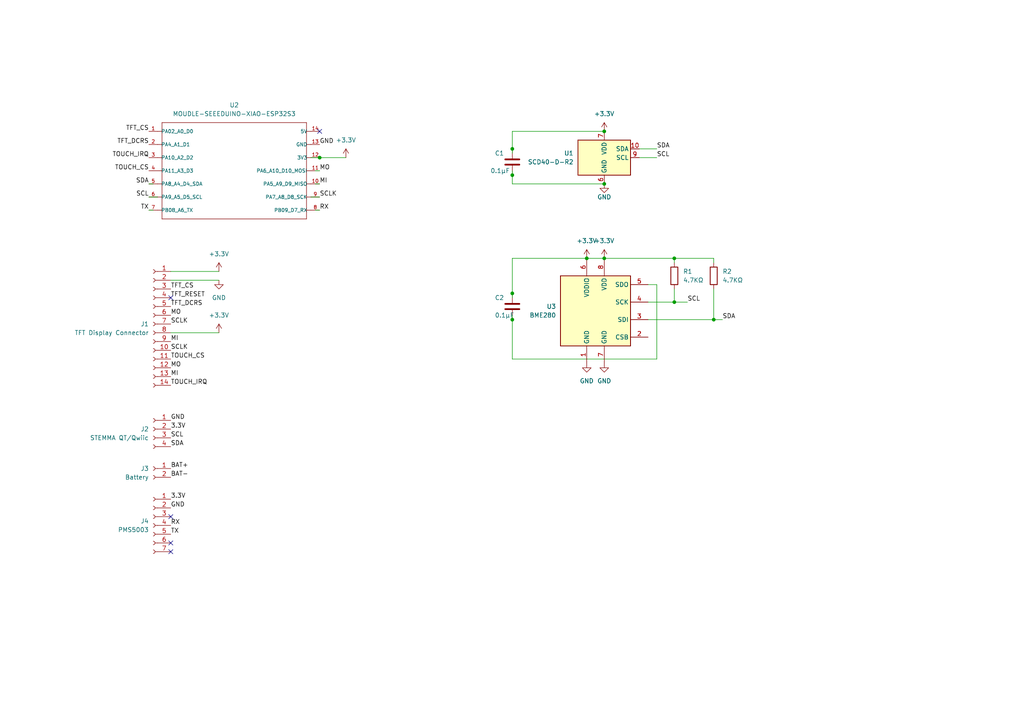
<source format=kicad_sch>
(kicad_sch (version 20230121) (generator eeschema)
  (paper "A4")
  (title_block (title "Portable CO2 Monitor") (date "2023-10-10") (rev "0.1") (company "PDX Hackerspace") (comment 1 "John Romkey"))
  (lib_symbols
    (symbol "Connector:Conn_01x02_Socket" (pin_names (offset 1.016) hide)
      (property "Reference" "J" (at 0 2.54 0))
      (property "Value" "Conn_01x02_Socket" (at 0 -5.08 0))
      (symbol "Conn_01x02_Socket_1_1"
        (arc (start 0 -2.032) (mid -0.5058 -2.54) (end 0 -3.048) (stroke (width 0.1524)))
        (polyline (pts (xy -1.27 -2.54) (xy -0.508 -2.54)) (stroke (width 0.1524)))
        (polyline (pts (xy -1.27 0) (xy -0.508 0)) (stroke (width 0.1524)))
        (arc (start 0 0.508) (mid -0.5058 0) (end 0 -0.508) (stroke (width 0.1524)))
        (pin passive line (at -5.08 0 0) (length 3.81) (name "Pin_1") (number "1"))
        (pin passive line (at -5.08 -2.54 0) (length 3.81) (name "Pin_2") (number "2"))
      )
    )
    (symbol "Connector:Conn_01x04_Socket" (pin_names (offset 1.016) hide)
      (property "Reference" "J" (at 0 5.08 0))
      (property "Value" "Conn_01x04_Socket" (at 0 -7.62 0))
      (symbol "Conn_01x04_Socket_1_1"
        (arc (start 0 -4.572) (mid -0.5058 -5.08) (end 0 -5.588) (stroke (width 0.1524)))
        (arc (start 0 -2.032) (mid -0.5058 -2.54) (end 0 -3.048) (stroke (width 0.1524)))
        (polyline (pts (xy -1.27 -5.08) (xy -0.508 -5.08)) (stroke (width 0.1524)))
        (polyline (pts (xy -1.27 -2.54) (xy -0.508 -2.54)) (stroke (width 0.1524)))
        (polyline (pts (xy -1.27 0) (xy -0.508 0)) (stroke (width 0.1524)))
        (polyline (pts (xy -1.27 2.54) (xy -0.508 2.54)) (stroke (width 0.1524)))
        (arc (start 0 0.508) (mid -0.5058 0) (end 0 -0.508) (stroke (width 0.1524)))
        (arc (start 0 3.048) (mid -0.5058 2.54) (end 0 2.032) (stroke (width 0.1524)))
        (pin passive line (at -5.08 2.54 0) (length 3.81) (name "Pin_1") (number "1"))
        (pin passive line (at -5.08 0 0) (length 3.81) (name "Pin_2") (number "2"))
        (pin passive line (at -5.08 -2.54 0) (length 3.81) (name "Pin_3") (number "3"))
        (pin passive line (at -5.08 -5.08 0) (length 3.81) (name "Pin_4") (number "4"))
      )
    )
    (symbol "Connector:Conn_01x07_Socket" (pin_names (offset 1.016) hide)
      (property "Reference" "J" (at 0 10.16 0))
      (property "Value" "Conn_01x07_Socket" (at 0 -10.16 0))
      (symbol "Conn_01x07_Socket_1_1"
        (arc (start 0 -7.112) (mid -0.5058 -7.62) (end 0 -8.128) (stroke (width 0.1524)))
        (arc (start 0 -4.572) (mid -0.5058 -5.08) (end 0 -5.588) (stroke (width 0.1524)))
        (arc (start 0 -2.032) (mid -0.5058 -2.54) (end 0 -3.048) (stroke (width 0.1524)))
        (polyline (pts (xy -1.27 -7.62) (xy -0.508 -7.62)) (stroke (width 0.1524)))
        (polyline (pts (xy -1.27 -5.08) (xy -0.508 -5.08)) (stroke (width 0.1524)))
        (polyline (pts (xy -1.27 -2.54) (xy -0.508 -2.54)) (stroke (width 0.1524)))
        (polyline (pts (xy -1.27 0) (xy -0.508 0)) (stroke (width 0.1524)))
        (polyline (pts (xy -1.27 2.54) (xy -0.508 2.54)) (stroke (width 0.1524)))
        (polyline (pts (xy -1.27 5.08) (xy -0.508 5.08)) (stroke (width 0.1524)))
        (polyline (pts (xy -1.27 7.62) (xy -0.508 7.62)) (stroke (width 0.1524)))
        (arc (start 0 0.508) (mid -0.5058 0) (end 0 -0.508) (stroke (width 0.1524)))
        (arc (start 0 3.048) (mid -0.5058 2.54) (end 0 2.032) (stroke (width 0.1524)))
        (arc (start 0 5.588) (mid -0.5058 5.08) (end 0 4.572) (stroke (width 0.1524)))
        (arc (start 0 8.128) (mid -0.5058 7.62) (end 0 7.112) (stroke (width 0.1524)))
        (pin passive line (at -5.08 7.62 0) (length 3.81) (name "Pin_1") (number "1"))
        (pin passive line (at -5.08 5.08 0) (length 3.81) (name "Pin_2") (number "2"))
        (pin passive line (at -5.08 2.54 0) (length 3.81) (name "Pin_3") (number "3"))
        (pin passive line (at -5.08 0 0) (length 3.81) (name "Pin_4") (number "4"))
        (pin passive line (at -5.08 -2.54 0) (length 3.81) (name "Pin_5") (number "5"))
        (pin passive line (at -5.08 -5.08 0) (length 3.81) (name "Pin_6") (number "6"))
        (pin passive line (at -5.08 -7.62 0) (length 3.81) (name "Pin_7") (number "7"))
      )
    )
    (symbol "Connector:Conn_01x14_Socket" (pin_names (offset 1.016) hide)
      (property "Reference" "J" (at 0 17.78 0))
      (property "Value" "Conn_01x14_Socket" (at 0 -20.32 0))
      (symbol "Conn_01x14_Socket_1_1"
        (arc (start 0 -17.272) (mid -0.5058 -17.78) (end 0 -18.288) (stroke (width 0.1524)))
        (arc (start 0 -14.732) (mid -0.5058 -15.24) (end 0 -15.748) (stroke (width 0.1524)))
        (arc (start 0 -12.192) (mid -0.5058 -12.7) (end 0 -13.208) (stroke (width 0.1524)))
        (arc (start 0 -9.652) (mid -0.5058 -10.16) (end 0 -10.668) (stroke (width 0.1524)))
        (arc (start 0 -7.112) (mid -0.5058 -7.62) (end 0 -8.128) (stroke (width 0.1524)))
        (arc (start 0 -4.572) (mid -0.5058 -5.08) (end 0 -5.588) (stroke (width 0.1524)))
        (arc (start 0 -2.032) (mid -0.5058 -2.54) (end 0 -3.048) (stroke (width 0.1524)))
        (polyline (pts (xy -1.27 -17.78) (xy -0.508 -17.78)) (stroke (width 0.1524)))
        (polyline (pts (xy -1.27 -15.24) (xy -0.508 -15.24)) (stroke (width 0.1524)))
        (polyline (pts (xy -1.27 -12.7) (xy -0.508 -12.7)) (stroke (width 0.1524)))
        (polyline (pts (xy -1.27 -10.16) (xy -0.508 -10.16)) (stroke (width 0.1524)))
        (polyline (pts (xy -1.27 -7.62) (xy -0.508 -7.62)) (stroke (width 0.1524)))
        (polyline (pts (xy -1.27 -5.08) (xy -0.508 -5.08)) (stroke (width 0.1524)))
        (polyline (pts (xy -1.27 -2.54) (xy -0.508 -2.54)) (stroke (width 0.1524)))
        (polyline (pts (xy -1.27 0) (xy -0.508 0)) (stroke (width 0.1524)))
        (polyline (pts (xy -1.27 2.54) (xy -0.508 2.54)) (stroke (width 0.1524)))
        (polyline (pts (xy -1.27 5.08) (xy -0.508 5.08)) (stroke (width 0.1524)))
        (polyline (pts (xy -1.27 7.62) (xy -0.508 7.62)) (stroke (width 0.1524)))
        (polyline (pts (xy -1.27 10.16) (xy -0.508 10.16)) (stroke (width 0.1524)))
        (polyline (pts (xy -1.27 12.7) (xy -0.508 12.7)) (stroke (width 0.1524)))
        (polyline (pts (xy -1.27 15.24) (xy -0.508 15.24)) (stroke (width 0.1524)))
        (arc (start 0 0.508) (mid -0.5058 0) (end 0 -0.508) (stroke (width 0.1524)))
        (arc (start 0 3.048) (mid -0.5058 2.54) (end 0 2.032) (stroke (width 0.1524)))
        (arc (start 0 5.588) (mid -0.5058 5.08) (end 0 4.572) (stroke (width 0.1524)))
        (arc (start 0 8.128) (mid -0.5058 7.62) (end 0 7.112) (stroke (width 0.1524)))
        (arc (start 0 10.668) (mid -0.5058 10.16) (end 0 9.652) (stroke (width 0.1524)))
        (arc (start 0 13.208) (mid -0.5058 12.7) (end 0 12.192) (stroke (width 0.1524)))
        (arc (start 0 15.748) (mid -0.5058 15.24) (end 0 14.732) (stroke (width 0.1524)))
        (pin passive line (at -5.08 15.24 0) (length 3.81) (name "Pin_1") (number "1"))
        (pin passive line (at -5.08 -7.62 0) (length 3.81) (name "Pin_10") (number "10"))
        (pin passive line (at -5.08 -10.16 0) (length 3.81) (name "Pin_11") (number "11"))
        (pin passive line (at -5.08 -12.7 0) (length 3.81) (name "Pin_12") (number "12"))
        (pin passive line (at -5.08 -15.24 0) (length 3.81) (name "Pin_13") (number "13"))
        (pin passive line (at -5.08 -17.78 0) (length 3.81) (name "Pin_14") (number "14"))
        (pin passive line (at -5.08 12.7 0) (length 3.81) (name "Pin_2") (number "2"))
        (pin passive line (at -5.08 10.16 0) (length 3.81) (name "Pin_3") (number "3"))
        (pin passive line (at -5.08 7.62 0) (length 3.81) (name "Pin_4") (number "4"))
        (pin passive line (at -5.08 5.08 0) (length 3.81) (name "Pin_5") (number "5"))
        (pin passive line (at -5.08 2.54 0) (length 3.81) (name "Pin_6") (number "6"))
        (pin passive line (at -5.08 0 0) (length 3.81) (name "Pin_7") (number "7"))
        (pin passive line (at -5.08 -2.54 0) (length 3.81) (name "Pin_8") (number "8"))
        (pin passive line (at -5.08 -5.08 0) (length 3.81) (name "Pin_9") (number "9"))
      )
    )
    (symbol "Device:C" (pin_numbers hide) (pin_names (offset 0.254))
      (property "Reference" "C" (at 0.635 2.54 0))
      (property "Value" "C" (at 0.635 -2.54 0))
      (symbol "C_0_1"
        (polyline (pts (xy -2.032 -0.762) (xy 2.032 -0.762)) (stroke (width 0.508)))
        (polyline (pts (xy -2.032 0.762) (xy 2.032 0.762)) (stroke (width 0.508)))
      )
      (symbol "C_1_1"
        (pin passive line (at 0 3.81 270) (length 2.794) (name "~") (number "1"))
        (pin passive line (at 0 -3.81 90) (length 2.794) (name "~") (number "2"))
      )
    )
    (symbol "Device:R" (pin_numbers hide) (pin_names (offset 0))
      (property "Reference" "R" (at 2.032 0 90))
      (property "Value" "R" (at 0 0 90))
      (symbol "R_0_1"
        (rectangle (start -1.016 -2.54) (end 1.016 2.54) (stroke (width 0.254)))
      )
      (symbol "R_1_1"
        (pin passive line (at 0 3.81 270) (length 1.27) (name "~") (number "1"))
        (pin passive line (at 0 -3.81 90) (length 1.27) (name "~") (number "2"))
      )
    )
    (symbol "MOUDLE-SEEEDUINO-XIAO-ESP32S3:MOUDLE-SEEEDUINO-XIAO-ESP32S3" (pin_names (offset 1.016))
      (property "Reference" "U" (at -21.59 15.24 0))
      (property "Value" "MOUDLE-SEEEDUINO-XIAO-ESP32S3" (at -21.59 13.97 0))
      (symbol "MOUDLE-SEEEDUINO-XIAO-ESP32S3_0_0"
        (polyline (pts (xy -21.59 -13.97) (xy -21.59 0)) (stroke (width 0.1524)))
        (polyline (pts (xy -21.59 -11.43) (xy -22.86 -11.43)) (stroke (width 0.1524)))
        (polyline (pts (xy -21.59 -7.62) (xy -22.86 -7.62)) (stroke (width 0.1524)))
        (polyline (pts (xy -21.59 -3.81) (xy -22.86 -3.81)) (stroke (width 0.1524)))
        (polyline (pts (xy -21.59 0) (xy -22.86 0)) (stroke (width 0.1524)))
        (polyline (pts (xy -21.59 0) (xy -21.59 3.81)) (stroke (width 0.1524)))
        (polyline (pts (xy -21.59 3.81) (xy -22.86 3.81)) (stroke (width 0.1524)))
        (polyline (pts (xy -21.59 3.81) (xy -21.59 7.62)) (stroke (width 0.1524)))
        (polyline (pts (xy -21.59 7.62) (xy -22.86 7.62)) (stroke (width 0.1524)))
        (polyline (pts (xy -21.59 7.62) (xy -21.59 11.43)) (stroke (width 0.1524)))
        (polyline (pts (xy -21.59 11.43) (xy -22.86 11.43)) (stroke (width 0.1524)))
        (polyline (pts (xy -21.59 11.43) (xy -21.59 13.97)) (stroke (width 0.1524)))
        (polyline (pts (xy -21.59 13.97) (xy 20.32 13.97)) (stroke (width 0.1524)))
        (polyline (pts (xy 20.32 -13.97) (xy -21.59 -13.97)) (stroke (width 0.1524)))
        (polyline (pts (xy 20.32 3.81) (xy 20.32 -13.97)) (stroke (width 0.1524)))
        (polyline (pts (xy 20.32 7.62) (xy 20.32 3.81)) (stroke (width 0.1524)))
        (polyline (pts (xy 20.32 11.43) (xy 20.32 7.62)) (stroke (width 0.1524)))
        (polyline (pts (xy 20.32 13.97) (xy 20.32 11.43)) (stroke (width 0.1524)))
        (polyline (pts (xy 21.59 -11.43) (xy 20.32 -11.43)) (stroke (width 0.1524)))
        (polyline (pts (xy 21.59 -7.62) (xy 20.32 -7.62)) (stroke (width 0.1524)))
        (polyline (pts (xy 21.59 -3.81) (xy 20.32 -3.81)) (stroke (width 0.1524)))
        (polyline (pts (xy 21.59 0) (xy 20.32 0)) (stroke (width 0.1524)))
        (polyline (pts (xy 21.59 3.81) (xy 20.32 3.81)) (stroke (width 0.1524)))
        (polyline (pts (xy 21.59 7.62) (xy 20.32 7.62)) (stroke (width 0.1524)))
        (polyline (pts (xy 21.59 11.43) (xy 20.32 11.43)) (stroke (width 0.1524)))
        (pin bidirectional line (at -25.4 11.43 0) (length 2.54) (name "PA02_A0_D0") (number "1"))
        (pin bidirectional line (at 24.13 -3.81 180) (length 2.54) (name "PA5_A9_D9_MISO") (number "10"))
        (pin bidirectional line (at 24.13 0 180) (length 2.54) (name "PA6_A10_D10_MOSI") (number "11"))
        (pin bidirectional line (at 24.13 3.81 180) (length 2.54) (name "3V3") (number "12"))
        (pin bidirectional line (at 24.13 7.62 180) (length 2.54) (name "GND") (number "13"))
        (pin bidirectional line (at 24.13 11.43 180) (length 2.54) (name "5V") (number "14"))
        (pin bidirectional line (at -25.4 7.62 0) (length 2.54) (name "PA4_A1_D1") (number "2"))
        (pin bidirectional line (at -25.4 3.81 0) (length 2.54) (name "PA10_A2_D2") (number "3"))
        (pin bidirectional line (at -25.4 0 0) (length 2.54) (name "PA11_A3_D3") (number "4"))
        (pin bidirectional line (at -25.4 -3.81 0) (length 2.54) (name "PA8_A4_D4_SDA") (number "5"))
        (pin bidirectional line (at -25.4 -7.62 0) (length 2.54) (name "PA9_A5_D5_SCL") (number "6"))
        (pin bidirectional line (at -25.4 -11.43 0) (length 2.54) (name "PB08_A6_TX") (number "7"))
        (pin bidirectional line (at 24.13 -11.43 180) (length 2.54) (name "PB09_D7_RX") (number "8"))
        (pin bidirectional line (at 24.13 -7.62 180) (length 2.54) (name "PA7_A8_D8_SCK") (number "9"))
      )
    )
    (symbol "Sensor:BME280"
      (property "Reference" "U" (at -8.89 11.43 0))
      (property "Value" "BME280" (at 7.62 11.43 0))
      (symbol "BME280_0_1"
        (rectangle (start -10.16 10.16) (end 10.16 -10.16) (stroke (width 0.254)) (fill (type background)))
      )
      (symbol "BME280_1_1"
        (pin power_in line (at -2.54 -15.24 90) (length 5.08) (name "GND") (number "1"))
        (pin input line (at 15.24 -7.62 180) (length 5.08) (name "CSB") (number "2"))
        (pin bidirectional line (at 15.24 -2.54 180) (length 5.08) (name "SDI") (number "3"))
        (pin input line (at 15.24 2.54 180) (length 5.08) (name "SCK") (number "4"))
        (pin bidirectional line (at 15.24 7.62 180) (length 5.08) (name "SDO") (number "5"))
        (pin power_in line (at -2.54 15.24 270) (length 5.08) (name "VDDIO") (number "6"))
        (pin power_in line (at 2.54 -15.24 90) (length 5.08) (name "GND") (number "7"))
        (pin power_in line (at 2.54 15.24 270) (length 5.08) (name "VDD") (number "8"))
      )
    )
    (symbol "Sensor_Gas:SCD40-D-R2"
      (property "Reference" "U" (at -7.62 6.35 0))
      (property "Value" "SCD40-D-R2" (at 6.985 6.35 0))
      (symbol "SCD40-D-R2_0_1"
        (rectangle (start 7.62 5.08) (end -7.62 -5.08) (stroke (width 0.254)) (fill (type background)))
      )
      (symbol "SCD40-D-R2_1_1"
        (pin bidirectional line (at 10.16 2.54 180) (length 2.54) (name "SDA") (number "10"))
        (pin passive line (at 0 7.62 270) (length 2.54) hide (name "VDD") (number "19"))
        (pin passive line (at 0 -7.62 90) (length 2.54) hide (name "GND") (number "20"))
        (pin passive line (at 0 -7.62 90) (length 2.54) hide (name "GND") (number "21"))
        (pin power_in line (at 0 -7.62 90) (length 2.54) (name "GND") (number "6"))
        (pin power_in line (at 0 7.62 270) (length 2.54) (name "VDD") (number "7"))
        (pin input line (at 10.16 0 180) (length 2.54) (name "SCL") (number "9"))
      )
    )
    (symbol "power:+3.3V" (power) (pin_names (offset 0))
      (property "Value" "+3.3V" (at 0 3.556 0))
      (symbol "+3.3V_0_1"
        (polyline (pts (xy -0.762 1.27) (xy 0 2.54)))
        (polyline (pts (xy 0 0) (xy 0 2.54)))
        (polyline (pts (xy 0 2.54) (xy 0.762 1.27)))
      )
      (symbol "+3.3V_1_1"
        (pin power_in line (at 0 0 90) (length 0) hide (name "+3.3V") (number "1"))
      )
    )
    (symbol "power:GND" (power) (pin_names (offset 0))
      (property "Value" "GND" (at 0 -3.81 0))
      (symbol "GND_0_1"
        (polyline (pts (xy 0 0) (xy 0 -1.27) (xy 1.27 -1.27) (xy 0 -2.54) (xy -1.27 -1.27) (xy 0 -1.27)))
      )
      (symbol "GND_1_1"
        (pin power_in line (at 0 0 270) (length 0) hide (name "GND") (number "1"))
      )
    )
  )
  (junction (at 175.26 74.93))
  (junction (at 175.26 38.1))
  (junction (at 148.59 92.71))
  (junction (at 207.01 92.71))
  (junction (at 92.71 45.72))
  (junction (at 148.59 50.8))
  (junction (at 148.59 85.09))
  (junction (at 148.59 43.18))
  (junction (at 175.26 53.34))
  (junction (at 195.58 74.93))
  (junction (at 195.58 87.63))
  (junction (at 170.18 74.93))
  (no_connect (at 49.53 86.36))
  (no_connect (at 49.53 160.02))
  (no_connect (at 49.53 157.48))
  (no_connect (at 92.71 38.1))
  (no_connect (at 49.53 149.86))
  (wire (pts (xy 148.59 92.71) (xy 148.59 104.14)))
  (wire (pts (xy 49.53 96.52) (xy 63.5 96.52)))
  (wire (pts (xy 207.01 74.93) (xy 207.01 76.2)))
  (wire (pts (xy 195.58 83.82) (xy 195.58 87.63)))
  (wire (pts (xy 175.26 38.1) (xy 148.59 38.1)))
  (wire (pts (xy 148.59 38.1) (xy 148.59 43.18)))
  (wire (pts (xy 49.53 78.74) (xy 63.5 78.74)))
  (wire (pts (xy 195.58 74.93) (xy 207.01 74.93)))
  (wire (pts (xy 91.44 53.34) (xy 92.71 53.34)))
  (wire (pts (xy 43.18 57.15) (xy 45.72 57.15)))
  (wire (pts (xy 195.58 74.93) (xy 195.58 76.2)))
  (wire (pts (xy 195.58 87.63) (xy 187.96 87.63)))
  (wire (pts (xy 91.44 49.53) (xy 92.71 49.53)))
  (wire (pts (xy 148.59 43.18) (xy 148.59 44.45)))
  (wire (pts (xy 170.18 74.93) (xy 175.26 74.93)))
  (wire (pts (xy 148.59 49.53) (xy 148.59 50.8)))
  (wire (pts (xy 185.42 43.18) (xy 190.5 43.18)))
  (wire (pts (xy 90.17 57.15) (xy 92.71 57.15)))
  (wire (pts (xy 148.59 104.14) (xy 190.5 104.14)))
  (wire (pts (xy 185.42 45.72) (xy 190.5 45.72)))
  (wire (pts (xy 199.39 87.63) (xy 195.58 87.63)))
  (wire (pts (xy 170.18 74.93) (xy 148.59 74.93)))
  (wire (pts (xy 44.45 53.34) (xy 43.18 53.34)))
  (wire (pts (xy 207.01 83.82) (xy 207.01 92.71)))
  (wire (pts (xy 209.55 92.71) (xy 207.01 92.71)))
  (wire (pts (xy 148.59 85.09) (xy 148.59 86.36)))
  (wire (pts (xy 90.17 45.72) (xy 92.71 45.72)))
  (wire (pts (xy 190.5 82.55) (xy 190.5 104.14)))
  (wire (pts (xy 207.01 92.71) (xy 187.96 92.71)))
  (wire (pts (xy 91.44 60.96) (xy 92.71 60.96)))
  (wire (pts (xy 148.59 50.8) (xy 148.59 53.34)))
  (wire (pts (xy 148.59 91.44) (xy 148.59 92.71)))
  (wire (pts (xy 49.53 81.28) (xy 63.5 81.28)))
  (wire (pts (xy 187.96 82.55) (xy 190.5 82.55)))
  (wire (pts (xy 175.26 53.34) (xy 148.59 53.34)))
  (wire (pts (xy 92.71 45.72) (xy 100.33 45.72)))
  (wire (pts (xy 175.26 74.93) (xy 195.58 74.93)))
  (wire (pts (xy 148.59 74.93) (xy 148.59 85.09)))
  (wire (pts (xy 43.18 60.96) (xy 44.45 60.96)))
  (label "TOUCH_CS" (at 43.18 49.53 180))
  (label "MO" (at 49.53 91.44 0))
  (label "TOUCH_IRQ" (at 43.18 45.72 180))
  (label "SCL" (at 199.39 87.63 0))
  (label "TX" (at 43.18 60.96 180))
  (label "TFT_RESET" (at 49.53 86.36 0))
  (label "MI" (at 49.53 99.06 0))
  (label "SDA" (at 209.55 92.71 0))
  (label "BAT-" (at 49.53 138.43 0))
  (label "SCL" (at 43.18 57.15 180))
  (label "3.3V" (at 49.53 124.46 0))
  (label "GND" (at 49.53 121.92 0))
  (label "MI" (at 49.53 109.22 0))
  (label "SCLK" (at 92.71 57.15 0))
  (label "MO" (at 49.53 106.68 0))
  (label "SDA" (at 43.18 53.34 180))
  (label "SCLK" (at 49.53 93.98 0))
  (label "MO" (at 92.71 49.53 0))
  (label "SCL" (at 49.53 127 0))
  (label "BAT+" (at 49.53 135.89 0))
  (label "TX" (at 49.53 154.94 0))
  (label "TFT_CS" (at 49.53 83.82 0))
  (label "TFT_DCRS" (at 43.18 41.91 180))
  (label "TOUCH_CS" (at 49.53 104.14 0))
  (label "RX" (at 92.71 60.96 0))
  (label "3.3V" (at 49.53 144.78 0))
  (label "TFT_CS" (at 43.18 38.1 180))
  (label "GND" (at 49.53 147.32 0))
  (label "RX" (at 49.53 152.4 0))
  (label "MI" (at 92.71 53.34 0))
  (label "SDA" (at 190.5 43.18 0))
  (label "SCLK" (at 49.53 101.6 0))
  (label "TOUCH_IRQ" (at 49.53 111.76 0))
  (label "SCL" (at 190.5 45.72 0))
  (label "SDA" (at 49.53 129.54 0))
  (label "GND" (at 92.71 41.91 0))
  (label "TFT_DCRS" (at 49.53 88.9 0))
  (symbol (lib_id "Connector:Conn_01x02_Socket") (at 44.45 135.89 0) (mirror y) (unit 1)
    (property "Reference" "J3" (at 43.18 135.89 0) (effects (justify left)))
    (property "Value" "Battery" (at 43.18 138.43 0) (effects (justify left)))
  )
  (symbol (lib_id "power:+3.3V") (at 175.26 38.1 0) (unit 1)
    (property "Reference" "#PWR02" (effects hide))
    (property "Value" "+3.3V" (at 175.26 33.02 0))
  )
  (symbol (lib_id "Connector:Conn_01x14_Socket") (at 44.45 93.98 0) (mirror y) (unit 1)
    (property "Reference" "J1" (at 43.18 93.98 0) (effects (justify left)))
    (property "Value" "TFT Display Connector" (at 43.18 96.52 0) (effects (justify left)))
    (property "Footprint" "Connector_PinHeader_2.54mm:PinHeader_1x14_P2.54mm_Vertical" (effects hide))
  )
  (symbol (lib_id "power:+3.3V") (at 63.5 78.74 0) (unit 1)
    (property "Reference" "#PWR01" (effects hide))
    (property "Value" "+3.3V" (at 63.5 73.66 0))
  )
  (symbol (lib_id "Connector:Conn_01x07_Socket") (at 44.45 152.4 0) (mirror y) (unit 1)
    (property "Reference" "J4" (at 43.18 151.13 0) (effects (justify left)))
    (property "Value" "PMS5003" (at 43.18 153.67 0) (effects (justify left)))
  )
  (symbol (lib_id "power:GND") (at 63.5 81.28 0) (unit 1)
    (property "Reference" "#PWR06" (effects hide))
    (property "Value" "GND" (at 63.5 86.36 0))
  )
  (symbol (lib_id "power:+3.3V") (at 63.5 96.52 0) (unit 1)
    (property "Reference" "#PWR010" (effects hide))
    (property "Value" "+3.3V" (at 63.5 91.44 0))
  )
  (symbol (lib_id "power:+3.3V") (at 175.26 74.93 0) (unit 1)
    (property "Reference" "#PWR04" (effects hide))
    (property "Value" "+3.3V" (at 175.26 69.85 0))
  )
  (symbol (lib_id "Connector:Conn_01x04_Socket") (at 44.45 124.46 0) (mirror y) (unit 1)
    (property "Reference" "J2" (at 43.18 124.46 0) (effects (justify left)))
    (property "Value" "STEMMA QT/Qwiic" (at 43.18 127 0) (effects (justify left)))
  )
  (symbol (lib_id "MOUDLE-SEEEDUINO-XIAO-ESP32S3:MOUDLE-SEEEDUINO-XIAO-ESP32S3") (at 68.58 49.53 0) (unit 1)
    (property "Reference" "U2" (at 67.945 30.48 0))
    (property "Value" "MOUDLE-SEEEDUINO-XIAO-ESP32S3" (at 67.945 33.02 0))
    (property "Footprint" "MOUDLE14P-SMD-2.54-21X17.8MM" (effects hide))
  )
  (symbol (lib_id "Device:R") (at 207.01 80.01 0) (unit 1)
    (property "Reference" "R2" (at 209.55 78.74 0) (effects (justify left)))
    (property "Value" "4.7KΩ" (at 209.55 81.28 0) (effects (justify left)))
  )
  (symbol (lib_id "Sensor_Gas:SCD40-D-R2") (at 175.26 45.72 0) (unit 1)
    (property "Reference" "U1" (at 166.37 44.45 0) (effects (justify right)))
    (property "Value" "SCD40-D-R2" (at 166.37 46.99 0) (effects (justify right)))
    (property "Footprint" "Sensor:Sensirion_SCD4x-1EP_10.1x10.1mm_P1.25mm_EP4.8x4.8mm" (effects hide))
    (property "Datasheet" "https://sensirion.com/media/documents/E0F04247/631EF271/CD_DS_SCD40_SCD41_Datasheet_D1.pdf" (effects hide))
  )
  (symbol (lib_id "Device:C") (at 148.59 46.99 0) (unit 1)
    (property "Reference" "C1" (at 143.51 44.45 0) (effects (justify left)))
    (property "Value" "0.1µF" (at 142.24 49.53 0) (effects (justify left)))
  )
  (symbol (lib_id "power:+3.3V") (at 170.18 74.93 0) (unit 1)
    (property "Reference" "#PWR03" (effects hide))
    (property "Value" "+3.3V" (at 170.18 69.85 0))
  )
  (symbol (lib_id "Device:R") (at 195.58 80.01 0) (unit 1)
    (property "Reference" "R1" (at 198.12 78.74 0) (effects (justify left)))
    (property "Value" "4.7KΩ" (at 198.12 81.28 0) (effects (justify left)))
  )
  (symbol (lib_id "power:GND") (at 170.18 105.41 0) (unit 1)
    (property "Reference" "#PWR07" (effects hide))
    (property "Value" "GND" (at 170.18 110.49 0))
  )
  (symbol (lib_id "power:+3.3V") (at 100.33 45.72 0) (unit 1)
    (property "Reference" "#PWR05" (effects hide))
    (property "Value" "+3.3V" (at 100.33 40.64 0))
  )
  (symbol (lib_id "power:GND") (at 175.26 105.41 0) (unit 1)
    (property "Reference" "#PWR08" (effects hide))
    (property "Value" "GND" (at 175.26 110.49 0))
  )
  (symbol (lib_id "power:GND") (at 175.26 53.34 0) (unit 1)
    (property "Reference" "#PWR09" (effects hide))
    (property "Value" "GND" (at 175.26 57.15 0))
  )
  (symbol (lib_id "Device:C") (at 148.59 88.9 0) (unit 1)
    (property "Reference" "C2" (at 143.51 86.36 0) (effects (justify left)))
    (property "Value" "0.1µF" (at 143.51 91.44 0) (effects (justify left)))
  )
  (symbol (lib_id "Sensor:BME280") (at 172.72 90.17 0) (unit 1)
    (property "Reference" "U3" (at 161.29 88.9 0) (effects (justify right)))
    (property "Value" "BME280" (at 161.29 91.44 0) (effects (justify right)))
    (property "Footprint" "Package_LGA:Bosch_LGA-8_2.5x2.5mm_P0.65mm_ClockwisePinNumbering" (effects hide))
    (property "Datasheet" "https://www.bosch-sensortec.com/media/boschsensortec/downloads/datasheets/bst-bme280-ds002.pdf" (effects hide))
  )
)
</source>
